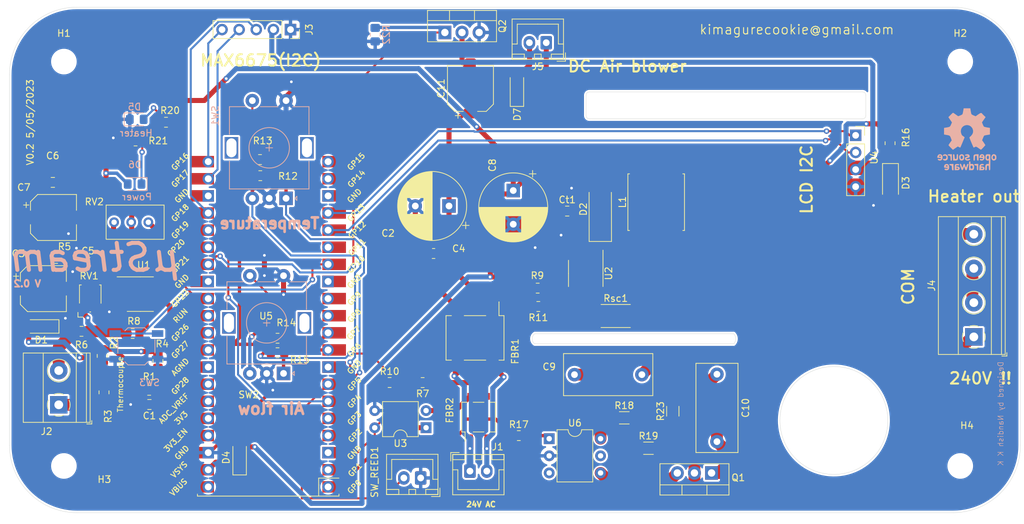
<source format=kicad_pcb>
(kicad_pcb (version 20211014) (generator pcbnew)
  (layers (0 "F.Cu" signal) (31 "B.Cu" power) (34 "B.Paste" user) (35 "F.Paste" user) (36 "B.SilkS" user "B.Silkscreen") (37 "F.SilkS" user "F.Silkscreen") (38 "B.Mask" user) (39 "F.Mask" user) (44 "Edge.Cuts" user))
  (net 0 "")
  (net 1 "22.8v")
  (net 2 "GND")
  (net 3 "6Vdc")
  (net 4 "Net-(Q1-Pad3)")
  (net 5 "Net-(C9-Pad1)")
  (net 6 "Net-(Ct1-Pad2)")
  (net 7 "AC2")
  (net 8 "AC1")
  (net 9 "Net-(D4-Pad1)")
  (net 10 "/SCK")
  (net 11 "/CS")
  (net 12 "/SO")
  (net 13 "/Hot")
  (net 14 "/Vgs=3v")
  (net 15 "Net-(R5-Pad2)")
  (net 16 "Net-(D2-Pad1)")
  (net 17 "Net-(D5-Pad2)")
  (net 18 "Net-(D6-Pad1)")
  (net 19 "Temperature ")
  (net 20 "ADC_REF")
  (net 21 "Sense")
  (net 22 "Trigger")
  (net 23 "3.3V")
  (net 24 "Net-(Rsc1-Pad2)")
  (net 25 "Net-(R4-Pad2)")
  (net 26 "Net-(R6-Pad1)")
  (net 27 "Net-(SW3-Pad2)")
  (net 28 "Net-(R7-Pad2)")
  (net 30 "Net-(R9-Pad1)")
  (net 31 "Net-(R17-Pad2)")
  (net 32 "Net-(R18-Pad1)")
  (net 33 "Net-(R20-Pad1)")
  (net 34 "Net-(U1-Pad1)")
  (net 35 "Net-(U1-Pad8)")
  (net 37 "Net-(U4-Pad1)")
  (net 38 "Net-(U4-Pad2)")
  (net 51 "/DT1")
  (net 52 "/CLK1")
  (net 53 "/DT2")
  (net 54 "/CLK2")
  (net 55 "/SW1")
  (net 56 "/SW3")
  (net 59 "/COLD")
  (net 65 "Net-(SW_REED1-Pad2)")
  (net 66 "Net-(J4-Pad2)")
  (net 67 "/T-")
  (net 68 "/T+")
  (net 69 "/4.7V")
  (net 70 "Net-(FBR2-Pad3)")
  (net 71 "Net-(FBR2-Pad4)")
  (net 72 "Net-(C3-Pad1)")
  (net 73 "Net-(C5-Pad1)")
  (net 74 "Net-(C10-Pad1)")
  (net 75 "Net-(C11-Pad2)")
  (footprint "Diode_SMD:D_SOD-123" (layer "F.Cu") (at 128.22 62.025 90)
    (fp_text reference "D7")
    (fp_text value "1N4148")
  )
  (footprint "Resistor_SMD:R_0805_2012Metric_Pad1.20x1.40mm_HandSolder" (layer "F.Cu") (at 73.65 106.77)
    (fp_text reference "R1")
    (fp_text value "47k")
  )
  (footprint "Resistor_SMD:R_0805_2012Metric_Pad1.20x1.40mm_HandSolder" (layer "F.Cu") (at 109.33 105.62)
    (fp_text reference "R10")
    (fp_text value "1.5k")
  )
  (footprint "Resistor_SMD:R_0805_2012Metric_Pad1.20x1.40mm_HandSolder" (layer "F.Cu") (at 92.7 101.2 180)
    (fp_text reference "R15")
    (fp_text value "10k")
  )
  (footprint "Inductor_SMD:L_Sunlord_SWPA80xxS" (layer "F.Cu") (at 148.881072 78.85516 90)
    (fp_text reference "L1")
    (fp_text value "68u")
  )
  (footprint "Resistor_SMD:R_0805_2012Metric_Pad1.20x1.40mm_HandSolder" (layer "F.Cu") (at 92.7 99.05 180)
    (fp_text reference "R14")
    (fp_text value "10k")
  )
  (footprint "TerminalBlock_Phoenix:TerminalBlock_Phoenix_MKDS-1,5-4-5.08_1x04_P5.08mm_Horizontal" (layer "F.Cu") (at 196.015 98.85 90)
    (fp_text reference "J4")
    (fp_text value "Mains+Heater")
  )
  (footprint "Resistor_SMD:R_0805_2012Metric_Pad1.20x1.40mm_HandSolder" (layer "F.Cu") (at 131.393928 94.337956 180)
    (fp_text reference "R11")
    (fp_text value "9.1k")
  )
  (footprint "Capacitor_SMD:C_0805_2012Metric_Pad1.18x1.45mm_HandSolder" (layer "F.Cu") (at 73.69 108.88 180)
    (fp_text reference "C1")
    (fp_text value "10u")
  )
  (footprint "Resistor_SMD:R_0805_2012Metric_Pad1.20x1.40mm_HandSolder" (layer "F.Cu") (at 71.2 98.34 180)
    (fp_text reference "R8")
    (fp_text value "43k")
  )
  (footprint "Package_TO_SOT_THT:TO-220-3_Vertical" (layer "F.Cu") (at 117.53 53.68)
    (fp_text reference "Q2")
    (fp_text value "STP55NF06")
  )
  (footprint "MountingHole:MountingHole_3.2mm_M3" (layer "F.Cu") (at 61 118)
    (fp_text reference "H3")
    (fp_text value "MountingHole_3.2mm_M3")
  )
  (footprint "Resistor_SMD:R_0805_2012Metric_Pad1.20x1.40mm_HandSolder" (layer "F.Cu") (at 183.59 70.11 -90)
    (fp_text reference "R16")
    (fp_text value "51")
  )
  (footprint "Resistor_SMD:R_1206_3216Metric_Pad1.30x1.75mm_HandSolder" (layer "F.Cu") (at 151.35 109.88 90)
    (fp_text reference "R23")
    (fp_text value "39")
  )
  (footprint "Resistor_SMD:R_0805_2012Metric_Pad1.20x1.40mm_HandSolder" (layer "F.Cu") (at 59.84 87.2 180)
    (fp_text reference "R5")
    (fp_text value "51")
  )
  (footprint "Capacitor_THT:CP_Radial_D10.0mm_P5.00mm" (layer "F.Cu") (at 127.675 77.132323 -90)
    (fp_text reference "C8")
    (fp_text value "220u")
  )
  (footprint "Resistor_SMD:R_0805_2012Metric_Pad1.20x1.40mm_HandSolder" (layer "F.Cu") (at 66.68 101.67 90)
    (fp_text reference "R2")
    (fp_text value "6.8k")
  )
  (footprint "Diode_SMD:D_MiniMELF" (layer "F.Cu") (at 183.63 75.96 -90)
    (fp_text reference "D3")
    (fp_text value "BZV55C4V7")
  )
  (footprint "Resistor_SMD:R_0805_2012Metric_Pad1.20x1.40mm_HandSolder" (layer "F.Cu") (at 66.95 107.08 90)
    (fp_text reference "R3")
    (fp_text value "110")
  )
  (footprint "Potentiometer_THT:Potentiometer_Bourns_3296W_Vertical" (layer "F.Cu") (at 68.4475 81.835 180)
    (fp_text reference "RV2")
    (fp_text value "20k")
  )
  (footprint "Resistor_SMD:R_1206_3216Metric_Pad1.30x1.75mm_HandSolder" (layer "F.Cu") (at 144.15 110.86)
    (fp_text reference "R18")
    (fp_text value "360")
  )
  (footprint "Resistor_SMD:R_0805_2012Metric_Pad1.20x1.40mm_HandSolder" (layer "F.Cu") (at 71.63 69.77 180)
    (fp_text reference "R21")
    (fp_text value "1k")
  )
  (footprint "Connector_PinSocket_2.54mm:PinSocket_1x05_P2.54mm_Vertical" (layer "F.Cu") (at 94.625 53.25 -90)
    (fp_text reference "J3")
    (fp_text value "MAX6675")
  )
  (footprint "MountingHole:MountingHole_3.2mm_M3" (layer "F.Cu") (at 194 118)
    (fp_text reference "H4")
    (fp_text value "MountingHole_3.2mm_M3")
  )
  (footprint "Connector_JST:JST_XH_B2B-XH-A_1x02_P2.50mm_Vertical" (layer "F.Cu") (at 121.25 118.765)
    (fp_text reference "J1")
    (fp_text value "Transformer_In")
  )
  (footprint "Connector_PinSocket_2.54mm:PinSocket_1x04_P2.54mm_Vertical" (layer "F.Cu") (at 178.48 68.94)
    (fp_text reference "U4")
    (fp_text value "EA_T123X-I2C")
  )
  (footprint "Package_TO_SOT_THT:TO-220-3_Vertical" (layer "F.Cu") (at 157.1 119.04 180)
    (fp_text reference "Q1")
    (fp_text value "BTA16-600B")
  )
  (footprint "Capacitor_THT:C_Rect_L13.0mm_W6.0mm_P10.00mm_FKS3_FKP3_MKS4" (layer "F.Cu") (at 157.9 104.39 -90)
    (fp_text reference "C10")
    (fp_text value "10nf")
  )
  (footprint "Package_DIP:DIP-4_W7.62mm" (layer "F.Cu") (at 114.74 112.325 180)
    (fp_text reference "U3")
    (fp_text value "PC817")
  )
  (footprint "Resistor_SMD:R_2512_6332Metric_Pad1.40x3.35mm_HandSolder" (layer "F.Cu") (at 142.875 95.75)
    (fp_text reference "Rsc1")
    (fp_text value "0.3")
  )
  (footprint "Connector_JST:JST_XH_B2B-XH-A_1x02_P2.50mm_Vertical" (layer "F.Cu") (at 132.57 55.195 180)
    (fp_text reference "J5")
    (fp_text value "Air Blower")
  )
  (footprint "Package_SO:SOIC-8_3.9x4.9mm_P1.27mm" (layer "F.Cu") (at 138.431072 89.43016 -90)
    (fp_text reference "U2")
    (fp_text value "MC34063AD")
  )
  (footprint "MountingHole:MountingHole_3.2mm_M3" (layer "F.Cu") (at 194 58)
    (fp_text reference "H2")
    (fp_text value "MountingHole_3.2mm_M3")
  )
  (footprint "MountingHole:MountingHole_3.2mm_M3" (layer "F.Cu") (at 61 58)
    (fp_text reference "H1")
    (fp_text value "MountingHole_3.2mm_M3")
  )
  (footprint "TerminalBlock_Phoenix:TerminalBlock_Phoenix_MKDS-1,5-2-5.08_1x02_P5.08mm_Horizontal" (layer "F.Cu") (at 60.235 108.925 90)
    (fp_text reference "J2")
    (fp_text value "Thermocouple junction")
  )
  (footprint "Capacitor_SMD:CP_Elec_6.3x5.8" (layer "F.Cu") (at 59.45 81.13)
    (fp_text reference "C7")
    (fp_text value "10u")
  )
  (footprint "Capacitor_SMD:C_0805_2012Metric_Pad1.18x1.45mm_HandSolder" (layer "F.Cu") (at 115.875 86.475)
    (fp_text reference "C4")
    (fp_text value "0.1u")
  )
  (footprint "Capacitor_SMD:CP_Elec_6.3x5.8" (layer "F.Cu") (at 121.32 61.975 90)
    (fp_text reference "C11")
    (fp_text value "10u")
  )
  (footprint "Resistor_SMD:R_0805_2012Metric_Pad1.20x1.40mm_HandSolder" (layer "F.Cu") (at 90.14 74.93 180)
    (fp_text reference "R12")
    (fp_text value "10k")
  )
  (footprint "Capacitor_SMD:C_0805_2012Metric_Pad1.18x1.45mm_HandSolder" (layer "F.Cu") (at 64.61 87.78 180)
    (fp_text reference "C5")
    (fp_text value "10u")
  )
  (footprint "Diode_SMD:Diode_Bridge_Vishay_DFS" (layer "F.Cu") (at 122 99 -90)
    (fp_text reference "FBR1")
    (fp_text value "ABS10")
  )
  (footprint "Connector_JST:JST_XH_B2B-XH-A_1x02_P2.50mm_Vertical" (layer "F.Cu") (at 113.94 119.78 180)
    (fp_text reference "SW_REED1")
    (fp_text value "SW_Reed")
  )
  (footprint "Resistor_SMD:R_0805_2012Metric_Pad1.20x1.40mm_HandSolder" (layer "F.Cu") (at 128.5 113.5)
    (fp_text reference "R17")
    (fp_text value "510")
  )
  (footprint "Resistor_SMD:R_0805_2012Metric_Pad1.20x1.40mm_HandSolder" (layer "F.Cu") (at 114.23 105.63 180)
    (fp_text reference "R7")
    (fp_text value "2k")
  )
  (footprint "Capacitor_SMD:C_0805_2012Metric_Pad1.18x1.45mm_HandSolder" (layer "F.Cu") (at 59.36 75.92)
    (fp_text reference "C6")
    (fp_text value "0.1u")
  )
  (footprint "Resistor_SMD:R_0805_2012Metric_Pad1.20x1.40mm_HandSolder" (layer "F.Cu") (at 63.61 98.02 180)
    (fp_text reference "R6")
    (fp_text value "1k")
  )
  (footprint "raspberry pi:RPi_Pico_SMD_TH" (layer "F.Cu") (at 91.31 96.975 180)
    (fp_text reference "U5")
    (fp_text value "Pico")
  )
  (footprint "Resistor_SMD:R_0805_2012Metric_Pad1.20x1.40mm_HandSolder" (layer "F.Cu") (at 74.95 102.42 90)
    (fp_text reference "R4")
    (fp_text value "102k")
  )
  (footprint "Potentiometer_SMD:Potentiometer_Bourns_TC33X_Vertical" (layer "F.Cu") (at 64.91 93.04 90)
    (fp_text reference "RV1")
    (fp_text value "100")
  )
  (footprint "Diode_SMD:D_SOD-123" (layer "F.Cu") (at 87.07 116.75 90)
    (fp_text reference "D4")
    (fp_text value "1N4148")
  )
  (footprint "Capacitor_THT:C_Rect_L13.0mm_W6.0mm_P10.00mm_FKS3_FKP3_MKS4" (layer "F.Cu") (at 136.76 104.45)
    (fp_text reference "C9")
    (fp_text value "50nf")
  )
  (footprint "Package_SO:SOIC-8_3.9x4.9mm_P1.27mm" (layer "F.Cu") (at 72.34 92.5)
    (fp_text reference "U1")
    (fp_text value "OP07")
  )
  (footprint "Resistor_SMD:R_1206_3216Metric_Pad1.30x1.75mm_HandSolder" (layer "F.Cu") (at 147.74 115.37)
    (fp_text reference "R19")
    (fp_text value "680")
  )
  (footprint "Diode_SMD:D_SMA_Handsoldering" (layer "F.Cu") (at 140.581072 79.90516 90)
    (fp_text reference "D2")
    (fp_text value "1N5819")
  )
  (footprint "Diode_SMD:D_SOD-123" (layer "F.Cu") (at 57.645 97.3 180)
    (fp_text reference "D1")
    (fp_text value "1N4148")
  )
  (footprint "Package_TO_SOT_SMD:TO-269AA" (layer "F.Cu") (at 122.53 110.75 90)
    (fp_text reference "FBR2")
    (fp_text value "RMB4S")
  )
  (footprint "Resistor_SMD:R_0805_2012Metric_Pad1.20x1.40mm_HandSolder" (layer "F.Cu") (at 76.15 67 180)
    (fp_text reference "R20")
    (fp_text value "360")
  )
  (footprint "Capacitor_SMD:CP_Elec_6.3x5.8" (layer "F.Cu") (at 57.95 91.69)
    (fp_text reference "C3")
    (fp_text value "10u")
  )
  (footprint "Resistor_SMD:R_0805_2012Metric_Pad1.20x1.40mm_HandSolder" (layer "F.Cu") (at 90.1 72.54 180)
    (fp_text reference "R13")
    (fp_text value "10k")
  )
  (footprint "Resistor_SMD:R_0805_2012Metric_Pad1.20x1.40mm_HandSolder" (layer "F.Cu") (at 131.3 91.618116 180)
    (fp_text reference "R9")
    (fp_text value "2.4k")
  )
  (footprint "Package_DIP:DIP-6_W7.62mm" (layer "F.Cu") (at 133.01 113.955)
    (fp_text reference "U6")
    (fp_text value "MOC3022M")
  )
  (footprint "Capacitor_SMD:C_0805_2012Metric_Pad1.18x1.45mm_HandSolder" (layer "F.Cu") (at 135.681072 80.18016)
    (fp_text reference "Ct1")
    (fp_text value "260p")
  )
  (footprint "Capacitor_THT:CP_Radial_D10.0mm_P5.00mm" (layer "F.Cu") (at 118.142677 79.425 180)
    (fp_text reference "C2")
    (fp_text value "480u")
  )
  (footprint "Rotary_Encoder:RotaryEncoder_Alps_EC11E-Switch_Vertical_H20mm" (layer "B.Cu") (at 93.59 104.27 90)
    (fp_text reference "SW2")
    (fp_text value "Control for Air blower")
  )
  (footprint "LED_SMD:LED_0805_2012Metric_Pad1.15x1.40mm_HandSolder" (layer "B.Cu") (at 71.805 66.57)
    (fp_text reference "D5")
    (fp_text value "LED")
  )
  (footprint "LOGO" (layer "B.Cu") (at 195 69.5 180)
    (fp_text reference "G")
    (fp_text value "LOGO" hide)
  )
  (footprint "Rotary_Encoder:RotaryEncoder_Alps_EC11E-Switch_Vertical_H20mm" (layer "B.Cu") (at 93.9622 78.290709 90)
    (fp_text reference "SW1")
    (fp_text value "Heater Encoder")
  )
  (footprint "LED_SMD:LED_0805_2012Metric_Pad1.15x1.40mm_HandSolder" (layer "B.Cu") (at 71.49 76.17 180)
    (fp_text reference "D6")
    (fp_text value "LED")
  )
  (footprint "Resistor_SMD:R_0805_2012Metric_Pad1.20x1.40mm_HandSolder" (layer "B.Cu") (at 107.19 54 90)
    (fp_text reference "R22")
    (fp_text value "10k")
  )
  (footprint "Button_Switch_SMD:SW_SPST_TL3342" (layer "B.Cu") (at 71.75 100.25)
    (fp_text reference "SW3")
    (fp_text value "SW_SPST")
  )
  (gr_arc (start 192.928932 49.928932) (mid 200 52.857864) (end 202.928932 59.928932) (layer "Edge.Cuts") (width 0.05))
  (gr_line (start 52.928932 114.928932) (end 52.928932 59.928932) (layer "Edge.Cuts") (width 0.05))
  (gr_line (start 160.38 99.88) (end 130.88 99.88) (layer "Edge.Cuts") (width 0.05))
  (gr_line (start 130.88 98.380001) (end 160.38 98.38) (layer "Edge.Cuts") (width 0.05))
  (gr_arc (start 139 66.5) (mid 138.630357 66.3625) (end 138.475 66) (layer "Edge.Cuts") (width 0.05))
  (gr_line (start 139 66.5) (end 179.5 66.5) (layer "Edge.Cuts") (width 0.05))
  (gr_arc (start 179.5 62.5) (mid 179.853553 62.646447) (end 180 63) (layer "Edge.Cuts") (width 0.05))
  (gr_circle (center 175.25 111.25) (end 180.91 116.91) (layer "Edge.Cuts") (width 0.05) (fill none))
  (gr_arc (start 138.475 63) (mid 138.630357 62.6375) (end 139 62.5) (layer "Edge.Cuts") (width 0.05))
  (gr_arc (start 202.928932 114.928932) (mid 200 122) (end 192.928932 124.928932) (layer "Edge.Cuts") (width 0.05))
  (gr_line (start 192.928932 124.928932) (end 62.928932 124.928932) (layer "Edge.Cuts") (width 0.05))
  (gr_line (start 180 63) (end 180 66) (layer "Edge.Cuts") (width 0.05))
  (gr_arc (start 160.38 98.38) (mid 160.69066 99.13) (end 160.38 99.88) (layer "Edge.Cuts") (width 0.05))
  (gr_arc (start 130.88 99.879999) (mid 130.478613 99.13) (end 130.88 98.380001) (layer "Edge.Cuts") (width 0.05))
  (gr_arc (start 180 66) (mid 179.853553 66.353553) (end 179.5 66.5) (layer "Edge.Cuts") (width 0.05))
  (gr_arc (start 62.928932 124.928932) (mid 55.857864 122) (end 52.928932 114.928932) (layer "Edge.Cuts") (width 0.05))
  (gr_line (start 139 62.5) (end 179.5 62.5) (layer "Edge.Cuts") (width 0.05))
  (gr_arc (start 52.928932 59.928932) (mid 55.857864 52.857864) (end 62.928932 49.928932) (layer "Edge.Cuts") (width 0.05))
  (gr_line (start 62.928932 49.928932) (end 192.928932 49.928932) (layer "Edge.Cuts") (width 0.05))
  (gr_line (start 138.475 63) (end 138.475 66) (layer "Edge.Cuts") (width 0.05))
  (gr_line (start 202.928932 59.928932) (end 202.928932 114.928932) (layer "Edge.Cuts") (width 0.05))
  (gr_text "V 0.2" (at 55.56 90.95) (layer "B.SilkS") (effects (font (size 1 1) (thickness 0.25)) (justify mirror)))
  (gr_text "Temperature" (at 91.5 82) (layer "B.SilkS") (effects (font (size 1.6 1.6) (thickness 0.4)) (justify mirror)))
  (gr_text "Heater" (at 71.72 68.6) (layer "B.SilkS") (effects (font (size 1 1)) (justify mirror)))
  (gr_text "µStream" (at 65.69 87.08) (layer "B.SilkS") (effects (font (size 4 4) (thickness 0.6) italic) (justify mirror)))
  (gr_text "Air flow" (at 91.75 109.5) (layer "B.SilkS") (effects (font (size 1.7 1.7) (thickness 0.4)) (justify mirror)))
  (gr_text "Power" (at 71.84 78.07) (layer "B.SilkS") (effects (font (size 1 1)) (justify mirror)))
  (gr_text "Designed by Nandish K K" (at 200 110.25 90) (layer "B.SilkS") (effects (font (size 0.8 0.8) (thickness 0.075)) (justify mirror)))
  (gr_text "COM\n" (at 186.26 91.39 90) (layer "F.SilkS") (effects (font (size 1.7 1.7) (thickness 0.3))))
  (gr_text "kimagurecookie@gmail.com" (at 169.75 53.25) (layer "F.SilkS") (effects (font (size 1.4 1.4))))
  (gr_text "Thermocouple" (at 69.37 105.9 90) (layer "F.SilkS") (effects (font (size 0.8 0.8) (thickness 0.125))))
  (gr_text "V0.2 5/05/2023" (at 56 67 90) (layer "F.SilkS") (effects (font (size 1 1))))
  (gr_text "Heater out" (at 196 78) (layer "F.SilkS") (effects (font (size 1.7 1.7) (thickness 0.3))))
  (gr_text "240V !!" (at 197 105) (layer "F.SilkS") (effects (font (size 1.7 1.7) (thickness 0.3))))
  (gr_text "DC Air blower\n" (at 144.6 58.7) (layer "F.SilkS") (effects (font (size 1.7 1.7) (thickness 0.3))))
  (gr_text "LCD I2C" (at 171.2 75.5 90) (layer "F.SilkS") (effects (font (size 1.7 1.7) (thickness 0.3))))
  (gr_text "24V AC" (at 122.9 123.7) (layer "F.SilkS") (effects (font (size 0.8 0.8) (thickness 0.2))))
  (gr_text "MAX6675(I2C)\n\n" (at 90.2 59.2) (layer "F.SilkS") (effects (font (size 1.7 1.7) (thickness 0.3))))
  (segment (start 139.825 95.75) (end 139.825 95.299088) (width 0.75) (layer "F.Cu") (net 1))
  (segment (start 125.92 96) (end 139.575 96) (width 0.75) (layer "F.Cu") (net 1))
  (segment (start 139.575 96) (end 139.825 95.75) (width 0.75) (layer "F.Cu") (net 1))
  (segment (start 137.796072 93.27016) (end 137.796072 91.90516) (width 0.75) (layer "F.Cu") (net 1))
  (segment (start 128.22 63.675) (end 132.57 59.325) (width 0.75) (layer "F.Cu") (net 1))
  (segment (start 116.9125 86.9925) (end 125.92 96) (width 0.75) (layer "F.Cu") (net 1))
  (segment (start 116.9125 86.475) (end 118.142677 85.244823) (width 0.75) (layer "F.Cu") (net 1))
  (segment (start 132.57 59.325) (end 132.57 55.195) (width 0.75) (layer "F.Cu") (net 1))
  (segment (start 118.142677 85.244823) (end 118.142677 79.425) (width 0.75) (layer "F.Cu") (net 1))
  (segment (start 118.142677 79.425) (end 118.142677 67.852323) (width 0.75) (layer "F.Cu") (net 1))
  (segment (start 127.22 64.675) (end 128.22 63.675) (width 0.75) (layer "F.Cu") (net 1))
  (segment (start 139.825 95.299088) (end 137.796072 93.27016) (width 0.75) (layer "F.Cu") (net 1))
  (segment (start 118.142677 67.852323) (end 121.32 64.675) (width 0.75) (layer "F.Cu") (net 1))
  (segment (start 116.9125 86.475) (end 116.9125 86.9925) (width 0.75) (layer "F.Cu") (net 1))
  (segment (start 121.32 64.675) (end 127.22 64.675) (width 0.75) (layer "F.Cu") (net 1))
  (segment (start 114.8375 86.475) (end 113.142677 84.780177) (width 0.75) (layer "F.Cu") (net 2))
  (segment (start 93.9622 63.2122) (end 93.9622 63.790709) (width 0.75) (layer "F.Cu") (net 2))
  (segment (start 114.8375 86.475) (end 114.8375 90.0175) (width 0.75) (layer "F.Cu") (net 2))
  (segment (start 68.465 94.405) (end 67.74 95.13) (width 0.75) (layer "F.Cu") (net 2))
  (segment (start 130.3 91.618116) (end 134.962956 86.95516) (width 0.75) (layer "F.Cu") (net 2))
  (segment (start 90.75 86.75) (end 90.75 89.75) (width 0.75) (layer "F.Cu") (net 2))
  (segment (start 113.142677 84.780177) (end 113.142677 79.425) (width 0.75) (layer "F.Cu") (net 2))
  (segment (start 114.8375 90.0175) (end 119.45 94.63) (width 0.75) (layer "F.Cu") (net 2))
  (segment (start 59.295 97.3) (end 60 97.3) (width 1) (layer "F.Cu") (net 2))
  (segment (start 69.865 94.405) (end 68.465 94.405) (width 0.75) (layer "F.Cu") (net 2))
  (segment (start 94.75 62.4244) (end 93.9622 63.2122) (width 0.75) (layer "F.Cu") (net 2))
  (segment (start 134.962956 86.95516) (end 136.526072 86.95516) (width 0.75) (layer "F.Cu") (net 2))
  (segment (start 68.78 69.77) (end 68.33 69.32) (width 1) (layer "F.Cu") (net 2))
  (segment (start 62.15 81.13) (end 62.15 81) (width 0.75) (layer "F.Cu") (net 2))
  (segment (start 60 97.3) (end 61.22 96.08) (width 1) (layer "F.Cu") (net 2))
  (segment (start 70.91 108.88) (end 72.6525 108.88) (width 1) (layer "F.Cu") (net 2))
  (segment (start 94.75 61) (end 94.75 62.4244) (width 0.75) (layer "F.Cu") (net 2))
  (segment (start 70.63 69.77) (end 68.78 69.77) (width 1) (layer "F.Cu") (net 2))
  (segment (start 70.91 108.88) (end 67.75 108.88) (width 1) (layer "F.Cu") (net 2))
  (segment (start 91.89 106.75) (end 82.39 116.25) (width 0.5) (layer "F.Cu") (net 2))
  (segment (start 92 106.75) (end 91.89 106.75) (width 0.5) (layer "F.Cu") (net 2))
  (segment (start 93.59 89.77) (end 93.59 92.5745) (width 0.75) (layer "F.Cu") (net 2))
  (segment (start 60.3975 79.2475) (end 60.3975 75.92) (width 0.75) (layer "F.Cu") (net 2))
  (segment (start 62.15 81) (end 60.3975 79.2475) (width 0.75) (layer "F.Cu") (net 2))
  (segment (start 67.75 108.88) (end 66.95 108.08) (width 1) (layer "F.Cu") (net 2))
  (via (at 136.325 76.775) (size 0.8) (drill 0.4) (layers "F.Cu" "B.Cu") (net 2))
  (via (at 134.775 83.75) (size 0.8) (drill 0.4) (layers "F.Cu" "B.Cu") (net 2))
  (via (at 67.74 95.13) (size 0.8) (drill 0.4) (layers "F.Cu" "B.Cu") (net 2))
  (via (at 92 106.75) (size 0.8) (drill 0.4) (layers "F.Cu" "B.Cu") (net 2))
  (via (at 90.75 89.75) (size 0.8) (drill 0.4) (layers "F.Cu" "B.Cu") (net 2))
  (via (at 61.22 96.08) (size 0.8) (drill 0.4) (layers "F.Cu" "B.Cu") (net 2))
  (via (at 90.75 86.75) (size 0.8) (drill 0.4) (layers "F.Cu" "B.Cu") (net 2))
  (via (at 94.75 61) (size 0.8) (drill 0.4) (layers "F.Cu" "B.Cu") (net 2))
  (via (at 61.68 83.53) (size 0.8) (drill 0.4) (layers "F.Cu" "B.Cu") (net 2))
  (via (at 93.59 92.5745) (size 0.8) (drill 0.4) (layers "F.Cu" "B.Cu") (net 2))
  (via (at 70.91 108.88) (size 0.8) (drill 0.4) (layers "F.Cu" "B.Cu") (net 2))
  (via (at 130.925 85.6) (size 0.8) (drill 0.4) (layers "F.Cu" "B.Cu") (net 2))
  (via (at 62.3 89.17) (size 0.8) (drill 0.4) (layers "F.Cu" "B.Cu") (net 2))
  (via (at 68.33 69.32) (size 0.8) (drill 0.4) (layers "F.Cu" "B.Cu") (net 2))
  (via (at 62.86 85.68) (size 0.8) (drill 0.4) (layers "F.Cu" "B.Cu") (net 2))
  (via (at 181.13 79.335) (size 0.8) (drill 0.4) (layers "F.Cu" "B.Cu") (net 2))
  (segment (start 90.82 89.82) (end 93.54 89.82) (width 0.75) (layer "B.Cu") (net 2))
  (segment (start 91.09 104.27) (end 89.325 102.505) (width 0.5) (layer "B.Cu") (net 2))
  (segment (start 93.9622 75.140709) (end 93.9622 63.790709) (width 0.75) (layer "B.Cu") (net 2))
  (segment (start 93.59 95.35) (end 93.59 92.5745) (width 0.5) (layer "B.Cu") (net 2))
  (segment (start 91.09 104.27) (end 91.09 105.84) (width 0.5) (layer "B.Cu") (net 2))
  (segment (start 86 77.75) (end 86 82) (width 0.75) (layer "B.Cu") (net 2))
  (segment (start 89.8872 76.715709) (end 87.034291 76.715709) (width 0.75) (layer "B.Cu") (net 2))
  (segment (start 86 82) (end 90.75 86.75) (width 0.75) (layer "B.Cu") (net 2))
  (segment (start 89.325 99.615) (end 93.59 95.35) (width 0.5) (layer "B.Cu") (net 2))
  (segment (start 91.09 105.84) (end 92 106.75) (width 0.5) (layer "B.Cu") (net 2))
  (segment (start 91.4622 78.290709) (end 91.4622 77.640709) (width 0.75) (layer "B.Cu") (net 2))
  (segment (start 90.75 89.75) (end 90.82 89.82) (width 0.75) (layer "B.Cu") (net 2))
  (segment (start 87.034291 76.715709) (end 86 77.75) (width 0.75) (layer "B.Cu") (net 2))
  (segment (start 93.54 89.82) (end 93.59 89.77) (width 0.75) (layer "B.Cu") (net 2))
  (segment (start 91.4622 78.290709) (end 89.8872 76.715709) (width 0.75) (layer "B.Cu") (net 2))
  (segment (start 89.325 102.505) (end 89.325 99.615) (width 0.5) (layer "B.Cu") (net 2))
  (segment (start 91.4622 77.640709) (end 93.9622 75.140709) (width 0.75) (layer "B.Cu") (net 2))
  (segment (start 124.95 89.95) (end 129.337956 94.337956) (width 0.75) (layer "F.Cu") (net 3))
  (segment (start 127.675 77.132323) (end 127.675 73.095) (width 0.75) (layer "F.Cu") (net 3))
  (segment (start 81.84 63.77) (end 67.25 63.77) (width 0.75) (layer "F.Cu") (net 3))
  (segment (start 124.23 89.95) (end 124.275 89.905) (width 0.75) (layer "F.Cu") (net 3))
  (segment (start 130.827163 73.98016) (end 127.169823 77.6375) (width 0.75) (layer "F.Cu") (net 3))
  (segment (start 56.75 80.28) (end 58.49 78.54) (width 0.75) (layer "F.Cu") (net 3))
  (segment (start 127.169823 77.6375) (end 127.675 77.132323) (width 0.75) (layer "F.Cu") (net 3))
  (segment (start 56.75 81.13) (end 56.75 80.28) (width 0.75) (layer "F.Cu") (net 3))
  (segment (start 171.635 75.73) (end 174.68 72.685) (width 0.75) (layer "F.Cu") (net 3))
  (segment (start 124.275 89.905) (end 124.275 78.525) (width 0.75) (layer "F.Cu") (net 3))
  (segment (start 129.337956 94.337956) (end 130.393928 94.337956) (width 0.75) (layer "F.Cu") (net 3))
  (segment (start 181.715 67.235) (end 183.59 69.11) (width 0.75) (layer "F.Cu") (net 3))
  (segment (start 125.1625 77.6375) (end 127.169823 77.6375) (width 0.75) (layer "F.Cu") (net 3))
  (segment (start 127.675 73.095) (end 122.23 67.65) (width 0.75) (layer "F.Cu") (net 3))
  (segment (start 67.25 76.08) (end 71.06 79.89) (width 0.75) (layer "F.Cu") (net 3))
  (segment (start 71.06 88.840305) (end 74.084695 91.865) (width 0.75) (layer "F.Cu") (net 3))
  (segment (start 87.145 115.175) (end 87.07 115.1) (width 0.75) (layer "F.Cu") (net 3))
  (segment (start 67.25 74.56) (end 67.25 76.08) (width 0.75) (layer "F.Cu") (net 3))
  (segment (start 124.275 78.525) (end 125.1625 77.6375) (width 0.75) (layer "F.Cu") (net 3))
  (segment (start 67.25 76.08) (end 65.79 74.62) (width 0.75) (layer "F.Cu") (net 3))
  (segment (start 148.881072 75.85516) (end 149.006232 75.73) (width 0.75) (layer "F.Cu") (net 3))
  (segment (start 149.006232 75.73) (end 171.635 75.73) (width 0.75) (layer "F.Cu") (net 3))
  (segment (start 58.49 76.0875) (end 58.3225 75.92) (width 0.75) (layer "F.Cu") (net 3))
  (segment (start 148.881072 75.85516) (end 147.006072 73.98016) (width 0.75) (layer "F.Cu") (net 3))
  (segment (start 180.0505 67.235) (end 181.715 67.235) (width 0.75) (layer "F.Cu") (net 3))
  (segment (start 67.25 63.77) (end 67.25 74.56) (width 0.75) (layer "F.Cu") (net 3))
  (segment (start 85.09 60.52) (end 81.84 63.77) (width 0.75) (layer "F.Cu") (net 3))
  (segment (start 58.49 78.54) (end 58.49 76.0875) (width 0.75) (layer "F.Cu") (net 3))
  (segment (start 147.006072 73.98016) (end 130.827163 73.98016) (width 0.75) (layer "F.Cu") (net 3))
  (segment (start 89.325 115.175) (end 87.145 115.175) (width 0.75) (layer "F.Cu") (net 3))
  (segment (start 124.23 89.95) (end 124.95 89.95) (width 0.75) (layer "F.Cu") (net 3))
  (segment (start 65.79 74.62) (end 59.6225 74.62) (width 0.75) (layer "F.Cu") (net 3))
  (segment (start 59.6225 74.62) (end 58.3225 75.92) (width 0.75) (layer "F.Cu") (net 3))
  (segment (start 74.084695 91.865) (end 74.815 91.865) (width 0.75) (layer "F.Cu") (net 3))
  (segment (start 71.06 79.89) (end 71.06 88.840305) (width 0.75) (layer "F.Cu") (net 3))
  (via (at 67.25 74.56) (size 0.8) (drill 0.4) (layers "F.Cu" "B.Cu") (net 3))
  (via (at 174.68 72.685) (size 0.8) (drill 0.4) (layers "F.Cu" "B.Cu") (net 3))
  (via (at 85.09 60.52) (size 0.8) (drill 0.4) (layers "F.Cu" "B.Cu") (net 3))
  (via (at 89.325 115.175) (size 0.8) (drill 0.4) (layers "F.Cu" "B.Cu") (net 3))
  (via (at 124.23 89.95) (size 0.8) (drill 0.4) (layers "F.Cu" "B.Cu") (net 3))
  (via (at 122.23 67.65) (size 0.8) (drill 0.4) (layers "F.Cu" "B.Cu") (net 3))
  (via (at 180.0505 67.235) (size 0.8) (drill 0.4) (layers "F.Cu" "B.Cu") (net 3))
  (segment (start 177.055 67.515) (end 177.055 70.2305) (width 0.75) (layer "B.Cu") (net 3))
  (segment (start 97.7 123.55) (end 89.325 115.175) (width 0.75) (layer "B.Cu") (net 3))
  (segment (start 177.335 67.235) (end 177.055 67.515) (width 0.75) (layer "B.Cu") (net 3))
  (segment (start 105.225 105.725) (end 105.225 123.55) (width 0.75) (layer "B.Cu") (net 3))
  (segment (start 124.23 89.95) (end 121 89.95) (width 0.75) (layer "B.Cu") (net 3))
  (segment (start 122.23 67.65) (end 113.63 59.05) (width 0.75) (layer "B.Cu") (net 3))
  (segment (start 68.855 74.56) (end 70.465 76.17) (width 0.5) (layer "B.Cu") (net 3))
  (segment (start 176.305 71.06) (end 174.68 72.685) (width 0.75) (layer "B.Cu") (net 3))
  (segment (start 113.63 59.05) (end 86.56 59.05) (width 0.75) (layer "B.Cu") (net 3))
  (segment (start 105.225 123.55) (end 97.7 123.55) (width 0.75) (layer "B.Cu") (net 3))
  (segment (start 180.0505 67.235) (end 177.335 67.235) (width 0.75) (layer "B.Cu") (net 3))
  (segment (start 67.25 74.56) (end 68.855 74.56) (width 0.5) (layer "B.Cu") (net 3))
  (segment (start 121 89.95) (end 105.225 105.725) (width 0.75) (layer "B.Cu") (net 3))
  (segment (start 86.56 59.05) (end 85.09 60.52) (width 0.75) (layer "B.Cu") (net 3))
  (segment (start 176.305 70.9805) (end 176.305 71.06) (width 0.75) (layer "B.Cu") (net 3))
  (segment (start 177.055 70.2305) (end 176.305 70.9805) (width 0.75) (layer "B.Cu") (net 3))
  (segment (start 140.63 119.035) (end 142.555 120.96) (width 1.75) (layer "F.Cu") (net 4))
  (segment (start 150.1 120.96) (end 152.02 119.04) (width 1.75) (layer "F.Cu") (net 4))
  (segment (start 142.555 120.96) (end 150.1 120.96) (width 1.75) (layer "F.Cu") (net 4))
  (segment (start 136.76 104.45) (end 141.68 104.45) (width 1.75) (layer "F.Cu") (net 5))
  (segment (start 145.7 108.47) (end 145.7 110.86) (width 1.75) (layer "F.Cu") (net 5))
  (segment (start 145.7 110.86) (end 145.7 114.88) (width 1.75) (layer "F.Cu") (net 5))
  (segment (start 145.7 114.88) (end 146.19 115.37) (width 1.75) (layer "F.Cu") (net 5))
  (segment (start 141.68 104.45) (end 145.7 108.47) (width 1.75) (layer "F.Cu") (net 5))
  (segment (start 137.796072 81.25766) (end 137.796072 86.95516) (width 0.75) (layer "F.Cu") (net 6))
  (segment (start 136.718572 80.18016) (end 137.796072 81.25766) (width 0.75) (layer "F.Cu") (net 6))
  (segment (start 121.26 113.825) (end 121.26 115.4) (width 1) (layer "F.Cu") (net 7))
  (segment (start 121.26 115.4) (end 121.25 115.41) (width 1) (layer "F.Cu") (net 7))
  (segment (start 119.45 104.1255) (end 119.45 103.37) (width 0.75) (layer "F.Cu") (net 7))
  (segment (start 118.92 104.6555) (end 119.45 104.1255) (width 0.75) (layer "F.Cu") (net 7))
  (via (at 121.25 115.41) (size 0.8) (drill 0.4) (layers "F.Cu" "B.Cu") (net 7))
  (via (at 118.92 104.6555) (size 0.8) (drill 0.4) (layers "F.Cu" "B.Cu") (net 7))
  (segment (start 121.18 113.92) (end 120.41 113.15) (width 0.75) (layer "B.Cu") (net 7))
  (segment (start 120.41 113.15) (end 120.41 106.1455) (width 0.75) (layer "B.Cu") (net 7))
  (segment (start 121.25 115.41) (end 121.25 113.99) (width 1) (layer "B.Cu") (net 7))
  (segment (start 120.41 106.1455) (end 118.92 104.6555) (width 0.75) (layer "B.Cu") (net 7))
  (segment (start 121.25 118.765) (end 121.25 115.41) (width 1) (layer "B.Cu") (net 7))
  (segment (start 121.25 113.99) (end 121.18 113.92) (width 1) (layer "B.Cu") (net 7))
  (segment (start 124.84 103.37) (end 126.28 104.81) (width 0.75) (layer "F.Cu") (net 8))
  (segment (start 124.55 103.37) (end 124.84 103.37) (width 0.75) (layer "F.Cu") (net 8))
  (segment (start 123.75 115.43) (end 123.75 113.875) (width 0.75) (layer "F.Cu") (net 8))
  (segment (start 123.75 113.875) (end 123.8 113.825) (width 0.75) (layer "F.Cu") (net 8))
  (via (at 123.75 115.43) (size 0.8) (drill 0.4) (layers "F.Cu" "B.Cu") (net 8))
  (via (at 126.28 104.81) (size 0.8) (drill 0.4) (layers "F.Cu" "B.Cu") (net 8))
  (segment (start 124.64 113.18) (end 123.75 114.07) (width 0.75) (layer "B.Cu") (net 8))
  (segment (start 126.28 104.81) (end 125.26 105.83) (width 0.75) (layer "B.Cu") (net 8))
  (segment (start 123.75 114.07) (end 123.75 115.43) (width 0.75) (layer "B.Cu") (net 8))
  (segment (start 124.64 106.44) (end 124.64 113.18) (width 0.75) (layer "B.Cu") (net 8))
  (segment (start 125.25 105.83) (end 124.64 106.44) (width 0.75) (layer "B.Cu") (net 8))
  (segment (start 123.75 115.43) (end 123.75 118.765) (width 0.75) (layer "B.Cu") (net 8))
  (segment (start 125.26 105.83) (end 125.25 105.83) (width 0.75) (layer "B.Cu") (net 8))
  (segment (start 86.12 117.45) (end 83.535 117.45) (width 0.75) (layer "F.Cu") (net 9))
  (segment (start 83.535 117.45) (end 82.42 118.565) (width 0.75) (layer "F.Cu") (net 9))
  (segment (start 87.07 118.4) (end 86.12 117.45) (width 0.75) (layer "F.Cu") (net 9))
  (segment (start 83.967943 52.05) (end 88.345 52.05) (width 0.3) (layer "B.Cu") (net 10))
  (segment (start 79.825 56.192943) (end 83.967943 52.05) (width 0.3) (layer "B.Cu") (net 10))
  (segment (start 82.42 80.465) (end 79.825 77.87) (width 0.3) (layer "B.Cu") (net 10))
  (segment (start 88.345 52.05) (end 89.545 53.25) (width 0.3) (layer "B.Cu") (net 10))
  (segment (start 79.825 77.87) (end 79.825 56.192943) (width 0.3) (layer "B.Cu") (net 10))
  (segment (start 83.8 74.005) (end 82.42 75.385) (width 0.3) (layer "B.Cu") (net 11))
  (segment (start 87.005 53.25) (end 83.8 56.455) (width 0.3) (layer "B.Cu") (net 11))
  (segment (start 83.8 56.455) (end 83.8 74.005) (width 0.3) (layer "B.Cu") (net 11))
  (segment (start 82.42 72.845) (end 82.42 55.295) (width 0.3) (layer "B.Cu") (net 12))
  (segment (start 82.42 55.295) (end 84.465 53.25) (width 0.3) (layer "B.Cu") (net 12))
  (segment (start 186.2 108.41) (end 186.2 119.69) (width 1.75) (layer "F.Cu") (net 13))
  (segment (start 149.29 113.49) (end 151.35 111.43) (width 1.75) (layer "F.Cu") (net 13))
  (segment (start 186.2 119.69) (end 182.95 122.94) (width 1.75) (layer "F.Cu") (net 13))
  (segment (start 195.81 98.8) (end 186.2 108.41) (width 1.75) (layer "F.Cu") (net 13))
  (segment (start 149.29 115.37) (end 149.29 113.49) (width 1.75) (layer "F.Cu") (net 13))
  (segment (start 154.56 119.04) (end 154.56 115.89) (width 1.75) (layer "F.Cu") (net 13))
  (segment (start 155.63 122.94) (end 154.56 121.87) (width 1.75) (layer "F.Cu") (net 13))
  (segment (start 154.56 121.87) (end 154.56 119.04) (width 1.75) (layer "F.Cu") (net 13))
  (segment (start 154.04 115.37) (end 149.29 115.37) (width 1.75) (layer "F.Cu") (net 13))
  (segment (start 182.95 122.94) (end 155.63 122.94) (width 1.75) (layer "F.Cu") (net 13))
  (segment (start 154.56 115.89) (end 154.04 115.37) (width 1.75) (layer "F.Cu") (net 13))
  (segment (start 84.18 86.87) (end 83.635 86.87) (width 0.3) (layer "F.Cu") (net 14))
  (segment (start 117.53 53.68) (end 112.02 53.68) (width 0.3) (layer "F.Cu") (net 14))
  (segment (start 112.02 53.68) (end 103.95 61.75) (width 0.3) (layer "F.Cu") (net 14))
  (segment (start 103.95 61.75) (end 103.95 88.35) (width 0.3) (layer "F.Cu") (net 14))
  (segment (start 83.635 86.87) (end 82.42 88.085) (width 0.3) (layer "F.Cu") (net 14))
  (via (at 103.95 88.35) (size 0.8) (drill 0.4) (layers "F.Cu" "B.Cu") (net 14))
  (via (at 84.18 86.87) (size 0.8) (drill 0.4) (layers "F.Cu" "B.Cu") (net 14))
  (segment (start 96.055 89.285) (end 103.015 89.285) (width 0.3) (layer "B.Cu") (net 14))
  (segment (start 103.015 89.285) (end 103.95 88.35) (width 0.3) (layer "B.Cu") (net 14))
  (segment (start 107.26 52.93) (end 116.78 52.93) (width 0.5) (layer "B.Cu") (net 14))
  (segment (start 107.19 53) (end 107.26 52.93) (width 0.5) (layer "B.Cu") (net 14))
  (segment (start 85.395 88.085) (end 94.855 88.085) (width 0.3) (layer "B.Cu") (net 14))
  (segment (start 94.855 88.085) (end 96.055 89.285) (width 0.3) (layer "B.Cu") (net 14))
  (segment (start 116.78 52.93) (end 117.53 53.68) (width 0.5) (layer "B.Cu") (net 14))
  (segment (start 84.18 86.87) (end 85.395 88.085) (width 0.3) (layer "B.Cu") (net 14))
  (segment (start 58.84 87.2) (end 57.89 88.15) (width 0.75) (layer "F.Cu") (net 15))
  (segment (start 57.89 88.15) (end 57.89 93.64) (width 0.75) (layer "F.Cu") (net 15))
  (segment (start 65.91 94.63) (end 65.91 94.84) (width 0.75) (layer "F.Cu") (net 15))
  (segment (start 57.89 93.64) (end 64.92 93.64) (width 0.75) (layer "F.Cu") (net 15))
  (segment (start 64.92 93.64) (end 65.91 94.63) (width 0.75) (layer "F.Cu") (net 15))
  (segment (start 140.581072 82.40516) (end 139.066072 83.92016) (width 0.75) (layer "F.Cu") (net 16))
  (segment (start 139.066072 83.92016) (end 139.066072 86.95516) (width 0.75) (layer "F.Cu") (net 16))
  (segment (start 148.881072 81.85516) (end 141.131072 81.85516) (width 0.75) (layer "F.Cu") (net 16))
  (segment (start 141.131072 81.85516) (end 140.581072 82.40516) (width 0.75) (layer "F.Cu") (net 16))
  (segment (start 75.15 65.725) (end 74.3 64.875) (width 0.3) (layer "F.Cu") (net 17))
  (segment (start 75.15 67) (end 75.15 65.725) (width 0.3) (layer "F.Cu") (net 17))
  (via (at 74.3 64.875) (size 0.8) (drill 0.4) (layers "F.Cu" "B.Cu") (net 17))
  (segment (start 74.3 64.875) (end 74.3 65.1) (width 0.3) (layer "B.Cu") (net 17))
  (segment (start 74.3 65.1) (end 72.6475 66.7525) (width 0.3) (layer "B.Cu") (net 17))
  (segment (start 72.63 69.77) (end 72.63 71.395) (width 0.3) (layer "F.Cu") (net 18))
  (segment (start 72.63 71.395) (end 72.6 71.425) (width 0.3) (layer "F.Cu") (net 18))
  (via (at 72.6 71.425) (size 0.8) (drill 0.4) (layers "F.Cu" "B.Cu") (net 18))
  (segment (start 72.6 71.425) (end 72.515 71.51) (width 0.3) (layer "B.Cu") (net 18))
  (segment (start 72.515 71.51) (end 72.515 76.17) (width 0.3) (layer "B.Cu") (net 18))
  (segment (start 74.815 93.135) (end 75.545305 93.135) (width 0.75) (layer "F.Cu") (net 19))
  (segment (start 73.22 93.999695) (end 74.084695 93.135) (width 0.75) (layer "F.Cu") (net 19))
  (segment (start 76.73 97.53) (end 77.445 98.245) (width 0.75) (layer "F.Cu") (net 19))
  (segment (start 72.2 98.34) (end 73.22 97.32) (width 0.75) (layer "F.Cu") (net 19))
  (segment (start 74.084695 93.135) (end 74.815 93.135) (width 0.75) (layer "F.Cu") (net 19))
  (segment (start 73.22 97.32) (end 73.22 93.999695) (width 0.75) (layer "F.Cu") (net 19))
  (segment (start 77.445 98.245) (end 82.42 98.245) (width 0.75) (layer "F.Cu") (net 19))
  (segment (start 75.545305 93.135) (end 76.73 94.319695) (width 0.75) (layer "F.Cu") (net 19))
  (segment (start 76.73 94.319695) (end 76.73 97.53) (width 0.75) (layer "F.Cu") (net 19))
  (segment (start 74.65 108.8025) (end 74.65 106.77) (width 0.75) (layer "F.Cu") (net 20))
  (segment (start 74.65 106.77) (end 74.65 103.72) (width 0.75) (layer "F.Cu") (net 20))
  (segment (start 81.945 108.88) (end 74.7275 108.88) (width 0.75) (layer "F.Cu") (net 20))
  (segment (start 74.7275 108.88) (end 74.65 108.8025) (width 0.75) (layer "F.Cu") (net 20))
  (segment (start 82.42 108.405) (end 81.945 108.88) (width 0.75) (layer "F.Cu") (net 20))
  (segment (start 74.65 103.72) (end 74.95 103.42) (width 0.75) (layer "F.Cu") (net 20))
  (segment (start 110.33 109.115) (end 110.33 105.62) (width 0.3) (layer "F.Cu") (net 21))
  (segment (start 107.12 112.325) (end 107.12 113.45637) (width 0.3) (layer "F.Cu") (net 21))
  (segment (start 107.12 113.45637) (end 102.01137 118.565) (width 0.3) (layer "F.Cu") (net 21))
  (segment (start 107.12 112.325) (end 110.33 109.115) (width 0.3) (layer "F.Cu") (net 21))
  (segment (start 102.01137 118.565) (end 100.2 118.565) (width 0.3) (layer "F.Cu") (net 21))
  (segment (start 118.29 114.66) (end 120.35 112.6) (width 0.5) (layer "F.Cu") (net 22))
  (segment (start 120.35 111.38) (end 120.68 111.05) (width 0.5) (layer "F.Cu") (net 22))
  (segment (start 101.815 121.105) (end 108.26 114.66) (width 0.5) (layer "F.Cu") (net 22))
  (segment (start 120.68 111.05) (end 125.05 111.05) (width 0.5) (layer "F.Cu") (net 22))
  (segment (start 100.2 121.105) (end 101.815 121.105) (width 0.5) (layer "F.Cu") (net 22))
  (segment (start 125.05 111.05) (end 127.5 113.5) (width 0.5) (layer "F.Cu") (net 22))
  (segment (start 108.26 114.66) (end 118.29 114.66) (width 0.5) (layer "F.Cu") (net 22))
  (segment (start 120.35 112.6) (end 120.35 111.38) (width 0.5) (layer "F.Cu") (net 22))
  (segment (start 89.1 74.97) (end 89.1 72.54) (width 0.5) (layer "F.Cu") (net 23))
  (segment (start 86.06 107.305) (end 86.06 99.95) (width 0.5) (layer "F.Cu") (net 23))
  (segment (start 86.06 99.95) (end 91.7 99.95) (width 0.5) (layer "F.Cu") (net 23))
  (segment (start 108.33 105.62) (end 108.33 103.28) (width 0.3) (layer "F.Cu") (net 23))
  (segment (start 91.7 99.95) (end 91.7 99.05) (width 0.5) (layer "F.Cu") (net 23))
  (segment (start 87.05 98.96) (end 87.05 77.02) (width 0.5) (layer "F.Cu") (net 23))
  (segment (start 91.7 99.05) (end 91.7 101.2) (width 0.5) (layer "F.Cu") (net 23))
  (segment (start 86.06 99.95) (end 87.05 98.96) (width 0.5) (layer "F.Cu") (net 23))
  (segment (start 106.375 101.325) (end 103.449502 101.325) (width 0.3) (layer "F.Cu") (net 23))
  (segment (start 90.675 101.2) (end 90.175 101.7) (width 0.5) (layer "F.Cu") (net 23))
  (segment (start 108.33 103.28) (end 106.375 101.325) (width 0.3) (layer "F.Cu") (net 23))
  (segment (start 82.42 110.945) (end 86.06 107.305) (width 0.5) (layer "F.Cu") (net 23))
  (segment (start 87.05 77.02) (end 89.1 74.97) (width 0.5) (layer "F.Cu") (net 23))
  (segment (start 91.7 101.2) (end 90.675 101.2) (width 0.5) (layer "F.Cu") (net 23))
  (via (at 103.449502 101.325) (size 0.8) (drill 0.4) (layers "F.Cu" "B.Cu") (net 23))
  (via (at 90.175 101.7) (size 0.8) (drill 0.4) (layers "F.Cu" "B.Cu") (net 23))
  (segment (start 103.449502 101.325) (end 102.789502 101.985) (width 0.3) (layer "B.Cu") (net 23))
  (segment (start 90.46 101.985) (end 90.175 101.7) (width 0.3) (layer "B.Cu") (net 23))
  (segment (start 102.789502 101.985) (end 90.46 101.985) (width 0.3) (layer "B.Cu") (net 23))
  (segment (start 140.336072 91.90516) (end 139.066072 91.90516) (width 0.75) (layer "F.Cu") (net 24))
  (segment (start 140.336072 89.83516) (end 140.336072 90.186072) (width 0.75) (layer "F.Cu") (net 24))
  (segment (start 140.336072 86.95516) (end 140.336072 89.83516) (width 0.75) (layer "F.Cu") (net 24))
  (segment (start 145.9 95.75) (end 145.925 95.75) (width 0.75) (layer "F.Cu") (net 24))
  (segment (start 140.336072 89.83516) (end 140.336072 91.90516) (width 0.75) (layer "F.Cu") (net 24))
  (segment (start 140.336072 90.186072) (end 145.9 95.75) (width 0.75) (layer "F.Cu") (net 24))
  (segment (start 72.45 101.02) (end 74.55 101.02) (width 0.75) (layer "F.Cu") (net 25))
  (segment (start 63.91 95.38) (end 64.55 96.02) (width 0.75) (layer "F.Cu") (net 25))
  (segment (start 63.91 94.84) (end 63.91 95.38) (width 0.75) (layer "F.Cu") (net 25))
  (segment (start 74.55 101.02) (end 74.95 101.42) (width 0.75) (layer "F.Cu") (net 25))
  (via (at 64.55 96.02) (size 0.8) (drill 0.4) (layers "F.Cu" "B.Cu") (net 25))
  (via (at 72.45 101.02) (size 0.8) (drill 0.4) (layers "F.Cu" "B.Cu") (net 25))
  (segment (start 68.77 101.02) (end 64.55 96.8) (width 0.75) (layer "B.Cu") (net 25))
  (segment (start 64.55 96.8) (end 64.55 96.02) (width 0.75) (layer "B.Cu") (net 25))
  (segment (start 72.45 101.02) (end 68.77 101.02) (width 0.75) (layer "B.Cu") (net 25))
  (segment (start 64.61 98.02) (end 69.88 98.02) (width 1.75) (layer "F.Cu") (net 26))
  (segment (start 71.745 91.865) (end 71.86 91.98) (width 0.75) (layer "F.Cu") (net 26))
  (segment (start 69.865 91.865) (end 71.745 91.865) (width 0.75) (layer "F.Cu") (net 26))
  (segment (start 71.86 91.98) (end 71.86 96.04) (width 0.75) (layer "F.Cu") (net 26))
  (segment (start 69.88 98.02) (end 70.2 98.34) (width 1.75) (layer "F.Cu") (net 26))
  (segment (start 71.86 96.04) (end 69.88 98.02) (width 0.75) (layer "F.Cu") (net 26))
  (segment (start 98.615 88.085) (end 100.2 88.085) (width 0.3) (layer "F.Cu") (net 27))
  (segment (start 97.875 90.35) (end 97.875 88.825) (width 0.3) (layer "F.Cu") (net 27))
  (segment (start 97.875 88.825) (end 98.615 88.085) (width 0.3) (layer "F.Cu") (net 27))
  (via (at 97.875 90.35) (size 0.8) (drill 0.4) (layers "F.Cu" "B.Cu") (net 27))
  (segment (start 96.4 91.825) (end 97.875 90.35) (width 0.3) (layer "B.Cu") (net 27))
  (segment (start 79.215 91.825) (end 96.4 91.825) (width 0.3) (layer "B.Cu") (net 27))
  (segment (start 75.8 95.25) (end 72.7 98.35) (width 0.3) (layer "B.Cu") (net 27))
  (segment (start 74.9 98.35) (end 72.52 98.35) (width 0.3) (layer "B.Cu") (net 27))
  (segment (start 75.85 95.19) (end 79.215 91.825) (width 0.3) (layer "B.Cu") (net 27))
  (segment (start 72.7 98.35) (end 68.6 98.35) (width 0.3) (layer "B.Cu") (net 27))
  (segment (start 112.33 106.53) (end 113.23 105.63) (width 0.75) (layer "F.Cu") (net 28))
  (segment (start 112.555 112.325) (end 112.33 112.1) (width 0.75) (layer "F.Cu") (net 28))
  (segment (start 112.33 112.1) (end 112.33 106.53) (width 0.75) (layer "F.Cu") (net 28))
  (segment (start 114.74 112.325) (end 112.555 112.325) (width 0.75) (layer "F.Cu") (net 28))
  (segment (start 132.393928 94.337956) (end 132.393928 91.712044) (width 0.75) (layer "F.Cu") (net 30))
  (segment (start 136.526072 91.90516) (end 132.587044 91.90516) (width 0.75) (layer "F.Cu") (net 30))
  (segment (start 132.587044 91.90516) (end 132.3 91.618116) (width 0.75) (layer "F.Cu") (net 30))
  (segment (start 132.393928 91.712044) (end 132.3 91.618116) (width 0.75) (layer "F.Cu") (net 30))
  (segment (start 132.555 113.5) (end 133.01 113.955) (width 0.5) (layer "F.Cu") (net 31))
  (segment (start 129.5 113.5) (end 132.555 113.5) (width 0.5) (layer "F.Cu") (net 31))
  (segment (start 140.63 112.83) (end 142.6 110.86) (width 1.75) (layer "F.Cu") (net 32))
  (segment (start 140.63 113.955) (end 140.63 112.83) (width 1.75) (layer "F.Cu") (net 32))
  (segment (start 78 67.85) (end 78 90.43) (width 0.3) (layer "F.Cu") (net 33))
  (segment (start 78 90.43) (end 80.735 93.165) (width 0.3) (layer "F.Cu") (net 33))
  (segment (start 77.15 67) (end 78 67.85) (width 0.3) (layer "F.Cu") (net 33))
  (segment (start 80.735 93.165) (end 82.42 93.165) (width 0.3) (layer "F.Cu") (net 33))
  (segment (start 69.865 90.595) (end 68.37 89.1) (width 0.75) (layer "F.Cu") (net 34))
  (segment (start 68.37 81.9125) (end 68.4475 81.835) (width 0.75) (layer "F.Cu") (net 34))
  (segment (start 68.37 89.1) (end 68.37 81.9125) (width 0.75) (layer "F.Cu") (net 34))
  (segment (start 74.8975 90.5125) (end 74.8975 83.205) (width 0.75) (layer "F.Cu") (net 35))
  (segment (start 74.8975 83.205) (end 73.5275 81.835) (width 0.75) (layer "F.Cu") (net 35))
  (segment (start 74.815 90.595) (end 74.8975 90.5125) (width 0.75) (layer "F.Cu") (net 35))
  (segment (start 176.98 68.32) (end 177.6 68.94) (width 0.3) (layer "F.Cu") (net 37))
  (segment (start 177.6 68.94) (end 178.48 68.94) (width 0.3) (layer "F.Cu") (net 37))
  (segment (start 174.16 68.32) (end 176.98 68.32) (width 0.3) (layer "F.Cu") (net 37))
  (via (at 174.16 68.32) (size 0.8) (drill 0.4) (layers "F.Cu" "B.Cu") (net 37))
  (segment (start 104.437057 80.465) (end 116.582057 68.32) (width 0.3) (layer "B.Cu") (net 37))
  (segment (start 122.540661 68.4) (end 122.620661 68.32) (width 0.3) (layer "B.Cu") (net 37))
  (segment (start 122.620661 68.32) (end 174.16 68.32) (width 0.3) (layer "B.Cu") (net 37))
  (segment (start 116.582057 68.32) (end 121.839339 68.32) (width 0.3) (layer "B.Cu") (net 37))
  (segment (start 100.2 80.465) (end 104.437057 80.465) (width 0.3) (layer "B.Cu") (net 37))
  (segment (start 121.919339 68.4) (end 122.540661 68.4) (width 0.3) (layer "B.Cu") (net 37))
  (segment (start 121.839339 68.32) (end 121.919339 68.4) (width 0.3) (layer "B.Cu") (net 37))
  (segment (start 177.32 71.48) (end 178.48 71.48) (width 0.3) (layer "F.Cu") (net 38))
  (segment (start 174.2 69.54) (end 175.38 69.54) (width 0.3) (layer "F.Cu") (net 38))
  (segment (start 174.15 69.59) (end 174.2 69.54) (width 0.3) (layer "F.Cu") (net 38))
  (segment (start 175.38 69.54) (end 177.32 71.48) (width 0.3) (layer "F.Cu") (net 38))
  (via (at 174.02 69.72) (size 0.8) (drill 0.4) (layers "F.Cu" "B.Cu") (net 38))
  (segment (start 103.245 83.005) (end 100.2 83.005) (width 0.3) (layer "B.Cu") (net 38))
  (segment (start 174.01 69.71) (end 116.54 69.71) (width 0.3) (layer "B.Cu") (net 38))
  (segment (start 116.54 69.71) (end 103.245 83.005) (width 0.3) (layer "B.Cu") (net 38))
  (segment (start 174.02 69.72) (end 174.01 69.71) (width 0.3) (layer "B.Cu") (net 38))
  (segment (start 103.475 109.33) (end 103.475 102.6) (width 0.3) (layer "F.Cu") (net 51))
  (segment (start 88.9622 77.1078) (end 91.14 74.93) (width 0.5) (layer "F.Cu") (net 51))
  (segment (start 88.9622 78.290709) (end 88.9622 77.1078) (width 0.5) (layer "F.Cu") (net 51))
  (segment (start 101.86 110.945) (end 103.475 109.33) (width 0.3) (layer "F.Cu") (net 51))
  (segment (start 100.2 110.945) (end 101.86 110.945) (width 0.3) (layer "F.Cu") (net 51))
  (via (at 103.475 102.6) (size 0.8) (drill 0.4) (layers "F.Cu" "B.Cu") (net 51))
  (segment (start 104.199502 101.875498) (end 104.199502 89.325498) (width 0.3) (layer "B.Cu") (net 51))
  (segment (start 104.199502 89.325498) (end 104.975 88.55) (width 0.3) (layer "B.Cu") (net 51))
  (segment (start 88.9622 81.0122) (end 88.9622 78.290709) (width 0.3) (layer "B.Cu") (net 51))
  (segment (start 103.475 102.6) (end 104.199502 101.875498) (width 0.3) (layer "B.Cu") (net 51))
  (segment (start 94.725 86.775) (end 88.9622 81.0122) (width 0.3) (layer "B.Cu") (net 51))
  (segment (start 104.975 87.4) (end 104.35 86.775) (width 0.3) (layer "B.Cu") (net 51))
  (segment (start 104.975 88.55) (end 104.975 87.4) (width 0.3) (layer "B.Cu") (net 51))
  (segment (start 104.35 86.775) (end 94.725 86.775) (width 0.3) (layer "B.Cu") (net 51))
  (segment (start 104.2 111.145) (end 104.2 104.7) (width 0.3) (layer "F.Cu") (net 52))
  (segment (start 91.1 72.54) (end 93.4 72.54) (width 0.5) (layer "F.Cu") (net 52))
  (segment (start 101.86 113.485) (end 104.2 111.145) (width 0.3) (layer "F.Cu") (net 52))
  (segment (start 93.9622 73.1022) (end 93.9622 78.290709) (width 0.5) (layer "F.Cu") (net 52))
  (segment (start 93.4 72.54) (end 93.9622 73.1022) (width 0.5) (layer "F.Cu") (net 52))
  (segment (start 100.2 113.485) (end 101.86 113.485) (width 0.3) (layer "F.Cu") (net 52))
  (segment (start 104.2 104.7) (end 104.75 104.15) (width 0.3) (layer "F.Cu") (net 52))
  (segment (start 104.75 104.15) (end 104.875 104.15) (width 0.3) (layer "F.Cu") (net 52))
  (via (at 104.875 104.15) (size 0.8) (drill 0.4) (layers "F.Cu" "B.Cu") (net 52))
  (segment (start 105.525 89.325) (end 105.525 85.675) (width 0.3) (layer "B.Cu") (net 52))
  (segment (start 104.875 89.975) (end 105.525 89.325) (width 0.3) (layer "B.Cu") (net 52))
  (segment (start 97.595 84.345) (end 93.9622 80.7122) (width 0.3) (layer "B.Cu") (net 52))
  (segment (start 105.525 85.675) (end 104.195 84.345) (width 0.3) (layer "B.Cu") (net 52))
  (segment (start 104.875 104.15) (end 104.875 89.975) (width 0.3) (layer "B.Cu") (net 52))
  (segment (start 93.9622 80.7122) (end 93.9622 78.290709) (width 0.3) (layer "B.Cu") (net 52))
  (segment (start 104.195 84.345) (end 97.595 84.345) (width 0.3) (layer "B.Cu") (net 52))
  (segment (start 89.99 97.71) (end 88.875 98.825) (width 0.5) (layer "F.Cu") (net 53))
  (segment (start 93.7 99.05) (end 92.36 97.71) (width 0.5) (layer "F.Cu") (net 53))
  (segment (start 92.36 97.71) (end 89.99 97.71) (width 0.5) (layer "F.Cu") (net 53))
  (segment (start 99.395 99.05) (end 93.7 99.05) (width 0.5) (layer "F.Cu") (net 53))
  (segment (start 100.2 98.245) (end 99.395 99.05) (width 0.5) (layer "F.Cu") (net 53))
  (via (at 88.875 98.825) (size 0.8) (drill 0.4) (layers "F.Cu" "B.Cu") (net 53))
  (segment (start 88.59 99.11) (end 88.59 104.27) (width 0.5) (layer "B.Cu") (net 53))
  (segment (start 88.875 98.825) (end 88.59 99.11) (width 0.5) (layer "B.Cu") (net 53))
  (segment (start 93.59 101.31) (end 93.59 104.27) (width 0.5) (layer "F.Cu") (net 54))
  (segment (start 94.115 100.785) (end 93.59 101.31) (width 0.5) (layer "F.Cu") (net 54))
  (segment (start 100.2 100.785) (end 94.115 100.785) (width 0.5) (layer "F.Cu") (net 54))
  (segment (start 85.4 93.025) (end 85.4 74.552909) (width 0.3) (layer "F.Cu") (net 55))
  (segment (start 88.9622 70.990709) (end 88.9622 63.790709) (width 0.3) (layer "F.Cu") (net 55))
  (segment (start 85.4 74.552909) (end 88.9622 70.990709) (width 0.3) (layer "F.Cu") (net 55))
  (via (at 85.4 93.025) (size 0.8) (drill 0.4) (layers "F.Cu" "B.Cu") (net 55))
  (segment (start 86.84 104.429189) (end 86.84 94.465) (width 0.3) (layer "B.Cu") (net 55))
  (segment (start 90.815811 108.405) (end 86.84 104.429189) (width 0.3) (layer "B.Cu") (net 55))
  (segment (start 100.2 108.405) (end 90.815811 108.405) (width 0.3) (layer "B.Cu") (net 55))
  (segment (start 86.84 94.465) (end 85.4 93.025) (width 0.3) (layer "B.Cu") (net 55))
  (segment (start 98.345 93.85) (end 100.2 95.705) (width 0.3) (layer "F.Cu") (net 56))
  (segment (start 92.67 93.85) (end 98.345 93.85) (width 0.3) (layer "F.Cu") (net 56))
  (segment (start 88.59 89.77) (end 92.67 93.85) (width 0.3) (layer "F.Cu") (net 56))
  (segment (start 149.79 101.42) (end 167.42 101.42) (width 1.75) (layer "F.Cu") (net 59))
  (segment (start 146.76 104.45) (end 149.79 101.42) (width 1.75) (layer "F.Cu") (net 59))
  (segment (start 167.42 101.42) (end 185.32 83.52) (width 1.75) (layer "F.Cu") (net 59))
  (segment (start 157.9 110.94) (end 167.42 101.42) (width 1.75) (layer "F.Cu") (net 59))
  (segment (start 158.19 119.04) (end 159.25 117.98) (width 1.75) (layer "F.Cu") (net 59))
  (segment (start 157.1 119.04) (end 158.19 119.04) (width 1.75) (layer "F.Cu") (net 59))
  (segment (start 159.25 117.98) (end 159.25 115.74) (width 1.75) (layer "F.Cu") (net 59))
  (segment (start 159.25 115.74) (end 157.9 114.39) (width 1.75) (layer "F.Cu") (net 59))
  (segment (start 157.9 114.39) (end 157.9 110.94) (width 1.75) (layer "F.Cu") (net 59))
  (segment (start 185.36 83.56) (end 195.81 83.56) (width 1.75) (layer "F.Cu") (net 59))
  (segment (start 185.32 83.52) (end 185.36 83.56) (width 1.75) (layer "F.Cu") (net 59))
  (segment (start 96.3 109.765) (end 96.3 122.8) (width 0.3) (layer "F.Cu") (net 65))
  (segment (start 100.2 105.865) (end 96.3 109.765) (width 0.3) (layer "F.Cu") (net 65))
  (segment (start 108.42 122.8) (end 111.44 119.78) (width 0.3) (layer "F.Cu") (net 65))
  (segment (start 96.3 122.8) (end 108.42 122.8) (width 0.3) (layer "F.Cu") (net 65))
  (segment (start 195.81 88.64) (end 195.81 93.72) (width 1.75) (layer "F.Cu") (net 66))
  (segment (start 60.235 100.395) (end 62.61 98.02) (width 1.75) (layer "F.Cu") (net 67))
  (segment (start 60.235 103.845) (end 60.235 100.395) (width 1.75) (layer "F.Cu") (net 67))
  (segment (start 62.725 108.925) (end 65.57 106.08) (width 1.75) (layer "F.Cu") (net 68))
  (segment (start 66.95 106.08) (end 66.25 105.38) (width 1.75) (layer "F.Cu") (net 68))
  (segment (start 60.235 108.925) (end 62.725 108.925) (width 1.75) (layer "F.Cu") (net 68))
  (segment (start 66.25 105.38) (end 66.25 103.1) (width 1.75) (layer "F.Cu") (net 68))
  (segment (start 65.57 106.08) (end 66.95 106.08) (width 1.75) (layer "F.Cu") (net 68))
  (segment (start 66.25 103.1) (end 66.68 102.67) (width 1.75) (layer "F.Cu") (net 68))
  (segment (start 180.65 58.1) (end 92.875 58.1) (width 0.75) (layer "B.Cu") (net 69))
  (segment (start 181.025 71.785) (end 181.025 58.475) (width 0.75) (layer "B.Cu") (net 69))
  (segment (start 92.875 58.1) (end 91.85 57.075) (width 0.75) (layer "B.Cu") (net 69))
  (segment (start 91.85 57.075) (end 91.85 53.485) (width 0.75) (layer "B.Cu") (net 69))
  (segment (start 178.48 74.02) (end 181.205 71.295) (width 0.75) (layer "B.Cu") (net 69))
  (segment (start 181.025 58.475) (end 180.65 58.1) (width 0.75) (layer "B.Cu") (net 69))
  (segment (start 91.85 53.485) (end 92.085 53.25) (width 0.75) (layer "B.Cu") (net 69))
  (segment (start 121.51 105.63) (end 123.555 107.675) (width 0.75) (layer "F.Cu") (net 70))
  (segment (start 123.555 107.675) (end 123.8 107.675) (width 0.75) (layer "F.Cu") (net 70))
  (segment (start 115.23 105.63) (end 121.51 105.63) (width 0.75) (layer "F.Cu") (net 70))
  (segment (start 114.74 109.785) (end 119.15 109.785) (width 0.75) (layer "F.Cu") (net 71))
  (segment (start 119.15 109.785) (end 121.26 107.675) (width 0.75) (layer "F.Cu") (net 71))
  (segment (start 55.78 97.515) (end 55.995 97.3) (width 0.75) (layer "F.Cu") (net 72))
  (segment (start 54.77 96.075) (end 55.995 97.3) (width 1) (layer "F.Cu") (net 72))
  (segment (start 66.68 100.67) (end 68.47 100.67) (width 0.75) (layer "F.Cu") (net 72))
  (segment (start 65.36939 101.93) (end 63.32 101.93) (width 0.75) (layer "F.Cu") (net 72))
  (segment (start 55.78 99.63) (end 55.78 97.515) (width 0.75) (layer "F.Cu") (net 72))
  (segment (start 68.47 100.67) (end 72.65 104.85) (width 0.75) (layer "F.Cu") (net 72))
  (segment (start 55.25 91.69) (end 54.77 92.17) (width 1) (layer "F.Cu") (net 72))
  (segment (start 72.65 104.85) (end 72.65 106.77) (width 0.75) (layer "F.Cu") (net 72))
  (segment (start 54.77 92.17) (end 54.77 96.075) (width 1) (layer "F.Cu") (net 72))
  (segment (start 66.62939 100.67) (end 65.36939 101.93) (width 0.75) (layer "F.Cu") (net 72))
  (via (at 63.32 101.93) (size 0.8) (drill 0.4) (layers "F.Cu" "B.Cu") (net 72))
  (via (at 55.78 99.63) (size 0.8) (drill 0.4) (layers "F.Cu" "B.Cu") (net 72))
  (segment (start 55.78 99.63) (end 61.02 99.63) (width 0.75) (layer "B.Cu") (net 72))
  (segment (start 61.02 99.63) (end 63.32 101.93) (width 0.75) (layer "B.Cu") (net 72))
  (segment (start 66.455 93.135) (end 69.865 93.135) (width 0.75) (layer "F.Cu") (net 73))
  (segment (start 66.09 90.41) (end 66.09 88.2225) (width 0.75) (layer "F.Cu") (net 73))
  (segment (start 64.91 91.59) (end 66.09 90.41) (width 0.75) (layer "F.Cu") (net 73))
  (segment (start 64.91 91.59) (end 66.455 93.135) (width 0.75) (layer "F.Cu") (net 73))
  (segment (start 66.09 88.2225) (end 65.6475 87.78) (width 0.75) (layer "F.Cu") (net 73))
  (segment (start 153.96 108.33) (end 157.9 104.39) (width 1.75) (layer "F.Cu") (net 74))
  (segment (start 151.35 108.33) (end 153.96 108.33) (width 1.75) (layer "F.Cu") (net 74))
  (segment (start 121.32 59.275) (end 127.12 59.275) (width 0.75) (layer "F.Cu") (net 75))
  (segment (start 130.1 58.495) (end 130.1 55.225) (width 0.75) (layer "F.Cu") (net 75))
  (segment (start 127.12 59.275) (end 128.22 60.375) (width 0.75) (layer "F.Cu") (net 75))
  (segment (start 128.22 60.375) (end 130.1 58.495) (width 0.75) (layer "F.Cu") (net 75))
  (segment (start 121.32 59.275) (end 120.075 58.03) (width 0.75) (layer "F.Cu") (net 75))
  (segment (start 120.075 53.685) (end 120.07 53.68) (width 0.75) (layer "F.Cu") (net 75))
  (segment (start 130.1 55.225) (end 130.07 55.195) (width 0.75) (layer "F.Cu") (net 75))
  (segment (start 120.075 58.03) (end 120.075 53.685) (width 0.75) (layer "F.Cu") (net 75))
  (zone (net 2) (net_name "GND") (layer "F.Cu") (connect_pads yes (clearance 0.3)) (min_thickness 0.254) (fill yes (thermal_gap 0.508) (thermal_bridge_width 0.508))
    (polygon (pts (xy 64.568449 79.968637) (xy 64.5 89.4) (xy 62.84 89.96) (xy 62.83 92.87) (xy 58.691699 92.844408) (xy 58.68 90.94) (xy 58.67 89.65) (xy 59.25 89.5) (xy 60.05 88.96) (xy 60.1 84.52) (xy 60.148449 79.938637)))
  )
  (zone (net 2) (net_name "GND") (layer "F.Cu") (connect_pads yes (clearance 0.3)) (min_thickness 0.254) (fill yes (thermal_gap 0.508) (thermal_bridge_width 0.508))
    (polygon (pts (xy 185.2 80.76) (xy 177.01 80.76) (xy 177.01 75.34) (xy 185.2 75.34)))
  )
  (zone (net 2) (net_name "GND") (layer "F.Cu") (connect_pads yes (clearance 0.3)) (min_thickness 0.254) (fill yes (thermal_gap 0.508) (thermal_bridge_width 0.508))
    (polygon (pts (xy 141.744125 79.354748) (xy 139.406072 79.38016) (xy 138.880832 78.931776) (xy 135.500722 78.987438) (xy 135.520801 80.930491) (xy 137 85.325) (xy 137.004709 88.05) (xy 125.65 88.225) (xy 125.843873 80.181295) (xy 131.318996 80.132576) (xy 132.807189 75.389593) (xy 141.769125 75.304748)))
  )
  (zone (net 69) (net_name "/4.7V") (layer "F.Cu") (connect_pads yes (clearance 0.3)) (min_thickness 0.254) (fill yes (thermal_gap 0.508) (thermal_bridge_width 0.508))
    (polygon (pts (xy 185.22 74.83) (xy 177.25 74.83) (xy 177.24 72.71) (xy 181.877425 72.675145) (xy 181.898577 70.151278) (xy 185.201152 70.156133)))
  )
  (zone (net 2) (net_name "GND") (layer "B.Cu") (connect_pads (clearance 0.3)) (min_thickness 0.254) (fill yes (thermal_gap 0.508) (thermal_bridge_width 0.508))
    (polygon (pts (xy 202.93 125.58) (xy 51.92 125.58) (xy 51.92 48.86) (xy 52.14 49.08) (xy 52.14 48.86) (xy 202.93 48.86)))
  )
)
</source>
